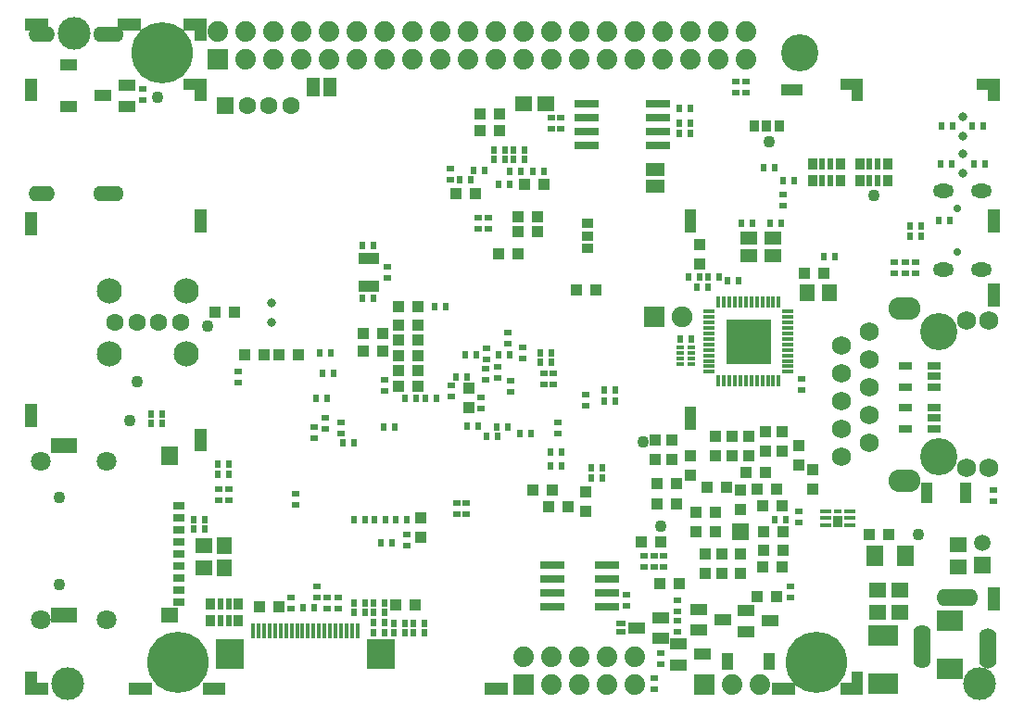
<source format=gbr>
%TF.GenerationSoftware,KiCad,Pcbnew,5.1.4-e60b266~84~ubuntu18.04.1*%
%TF.CreationDate,2025-05-23T09:22:49+03:00*%
%TF.ProjectId,A64-OlinuXino_Rev_H,4136342d-4f6c-4696-9e75-58696e6f5f52,H*%
%TF.SameCoordinates,PX5f5e100PY5f5e100*%
%TF.FileFunction,Soldermask,Bot*%
%TF.FilePolarity,Negative*%
%FSLAX46Y46*%
G04 Gerber Fmt 4.6, Leading zero omitted, Abs format (unit mm)*
G04 Created by KiCad (PCBNEW 5.1.4-e60b266~84~ubuntu18.04.1) date 2025-05-23 09:22:49*
%MOMM*%
%LPD*%
G04 APERTURE LIST*
%ADD10C,0.100000*%
%ADD11R,1.301600X0.651600*%
%ADD12R,1.501600X1.101600*%
%ADD13O,1.901600X1.301600*%
%ADD14C,0.701600*%
%ADD15R,0.863600X0.609600*%
%ADD16R,0.651600X0.601600*%
%ADD17R,1.501600X1.301600*%
%ADD18O,2.401600X1.401600*%
%ADD19O,2.801600X1.401600*%
%ADD20C,3.000000*%
%ADD21C,3.401600*%
%ADD22O,2.901600X2.101600*%
%ADD23C,1.751600*%
%ADD24R,1.901600X1.101600*%
%ADD25C,0.801600*%
%ADD26R,0.601600X0.651600*%
%ADD27R,2.301600X0.701600*%
%ADD28C,1.879600*%
%ADD29R,1.879600X1.879600*%
%ADD30C,1.801600*%
%ADD31C,5.601600*%
%ADD32R,0.701600X0.451600*%
%ADD33R,0.901600X1.051600*%
%ADD34R,1.001600X0.451600*%
%ADD35C,1.601600*%
%ADD36C,2.301600*%
%ADD37R,1.601600X1.601600*%
%ADD38R,0.726600X0.426600*%
%ADD39R,0.726600X0.351600*%
%ADD40R,1.117600X1.117600*%
%ADD41R,1.100000X0.700000*%
%ADD42R,1.600000X1.400000*%
%ADD43R,1.600000X1.800000*%
%ADD44R,2.400000X1.400000*%
%ADD45C,1.101600*%
%ADD46R,0.351600X1.401600*%
%ADD47R,2.501600X2.701600*%
%ADD48R,1.001600X0.351600*%
%ADD49R,0.351600X1.001600*%
%ADD50R,4.101600X4.101600*%
%ADD51R,1.524000X1.524000*%
%ADD52R,0.609600X1.117600*%
%ADD53R,0.863600X1.117600*%
%ADD54R,1.625600X1.371600*%
%ADD55R,1.101600X1.501600*%
%ADD56R,2.801600X1.901600*%
%ADD57R,1.371600X1.625600*%
%ADD58R,1.270000X1.701800*%
%ADD59R,1.625600X1.879600*%
%ADD60R,1.117600X0.863600*%
%ADD61R,1.117600X1.879600*%
%ADD62R,1.501600X1.501600*%
%ADD63C,1.501600*%
%ADD64C,1.901600*%
%ADD65R,1.901600X1.901600*%
%ADD66O,3.801600X1.601600*%
%ADD67O,1.601600X3.701600*%
%ADD68O,1.601600X4.001600*%
%ADD69R,2.387600X1.879600*%
%ADD70R,1.701800X1.270000*%
G04 APERTURE END LIST*
D10*
G36*
X18750000Y500000D02*
G01*
X16749999Y500000D01*
X16749999Y1500000D01*
X18750000Y1500000D01*
X18750000Y500000D01*
G37*
X18750000Y500000D02*
X16749999Y500000D01*
X16749999Y1500000D01*
X18750000Y1500000D01*
X18750000Y500000D01*
G36*
X71450000Y55250000D02*
G01*
X69599999Y55250000D01*
X69599999Y56250000D01*
X71450000Y56250000D01*
X71450000Y55250000D01*
G37*
X71450000Y55250000D02*
X69599999Y55250000D01*
X69599999Y56250000D01*
X71450000Y56250000D01*
X71450000Y55250000D01*
G36*
X1500000Y54749999D02*
G01*
X500000Y54749999D01*
X500000Y56750000D01*
X1500000Y56750000D01*
X1500000Y54749999D01*
G37*
X1500000Y54749999D02*
X500000Y54749999D01*
X500000Y56750000D01*
X1500000Y56750000D01*
X1500000Y54749999D01*
G36*
X77000000Y54750000D02*
G01*
X76000000Y54750000D01*
X76000000Y56750001D01*
X77000000Y56750001D01*
X77000000Y54750000D01*
G37*
X77000000Y54750000D02*
X76000000Y54750000D01*
X76000000Y56750001D01*
X77000000Y56750001D01*
X77000000Y54750000D01*
G36*
X61750000Y42749999D02*
G01*
X60750000Y42749999D01*
X60750000Y44750000D01*
X61750000Y44750000D01*
X61750000Y42749999D01*
G37*
X61750000Y42749999D02*
X60750000Y42749999D01*
X60750000Y44750000D01*
X61750000Y44750000D01*
X61750000Y42749999D01*
G36*
X61750000Y24749999D02*
G01*
X60750000Y24749999D01*
X60750000Y26750000D01*
X61750000Y26750000D01*
X61750000Y24749999D01*
G37*
X61750000Y24749999D02*
X60750000Y24749999D01*
X60750000Y26750000D01*
X61750000Y26750000D01*
X61750000Y24749999D01*
G36*
X17000000Y22749999D02*
G01*
X16000000Y22749999D01*
X16000000Y24750000D01*
X17000000Y24750000D01*
X17000000Y22749999D01*
G37*
X17000000Y22749999D02*
X16000000Y22749999D01*
X16000000Y24750000D01*
X17000000Y24750000D01*
X17000000Y22749999D01*
G36*
X17000000Y42749999D02*
G01*
X16000000Y42749999D01*
X16000000Y44750000D01*
X17000000Y44750000D01*
X17000000Y42749999D01*
G37*
X17000000Y42749999D02*
X16000000Y42749999D01*
X16000000Y44750000D01*
X17000000Y44750000D01*
X17000000Y42749999D01*
G36*
X17000000Y54750000D02*
G01*
X16000000Y54750000D01*
X16000000Y56750001D01*
X17000000Y56750001D01*
X17000000Y54750000D01*
G37*
X17000000Y54750000D02*
X16000000Y54750000D01*
X16000000Y56750001D01*
X17000000Y56750001D01*
X17000000Y54750000D01*
G36*
X17000000Y60250000D02*
G01*
X16000000Y60250000D01*
X16000000Y62250001D01*
X17000000Y62250001D01*
X17000000Y60250000D01*
G37*
X17000000Y60250000D02*
X16000000Y60250000D01*
X16000000Y62250001D01*
X17000000Y62250001D01*
X17000000Y60250000D01*
G36*
X17000000Y55750000D02*
G01*
X14999999Y55750000D01*
X14999999Y56750000D01*
X17000000Y56750000D01*
X17000000Y55750000D01*
G37*
X17000000Y55750000D02*
X14999999Y55750000D01*
X14999999Y56750000D01*
X17000000Y56750000D01*
X17000000Y55750000D01*
G36*
X77000001Y55750000D02*
G01*
X75000000Y55750000D01*
X75000000Y56750000D01*
X77000001Y56750000D01*
X77000001Y55750000D01*
G37*
X77000001Y55750000D02*
X75000000Y55750000D01*
X75000000Y56750000D01*
X77000001Y56750000D01*
X77000001Y55750000D01*
G36*
X89500001Y55750000D02*
G01*
X87500000Y55750000D01*
X87500000Y56750000D01*
X89500001Y56750000D01*
X89500001Y55750000D01*
G37*
X89500001Y55750000D02*
X87500000Y55750000D01*
X87500000Y56750000D01*
X89500001Y56750000D01*
X89500001Y55750000D01*
G36*
X89500000Y54750000D02*
G01*
X88500000Y54750000D01*
X88500000Y56750001D01*
X89500000Y56750001D01*
X89500000Y54750000D01*
G37*
X89500000Y54750000D02*
X88500000Y54750000D01*
X88500000Y56750001D01*
X89500000Y56750001D01*
X89500000Y54750000D01*
G36*
X89500000Y42749999D02*
G01*
X88500000Y42749999D01*
X88500000Y44750000D01*
X89500000Y44750000D01*
X89500000Y42749999D01*
G37*
X89500000Y42749999D02*
X88500000Y42749999D01*
X88500000Y44750000D01*
X89500000Y44750000D01*
X89500000Y42749999D01*
G36*
X89500000Y35999999D02*
G01*
X88500000Y35999999D01*
X88500000Y38000000D01*
X89500000Y38000000D01*
X89500000Y35999999D01*
G37*
X89500000Y35999999D02*
X88500000Y35999999D01*
X88500000Y38000000D01*
X89500000Y38000000D01*
X89500000Y35999999D01*
G36*
X89500000Y8249999D02*
G01*
X88500000Y8249999D01*
X88500000Y10250000D01*
X89500000Y10250000D01*
X89500000Y8249999D01*
G37*
X89500000Y8249999D02*
X88500000Y8249999D01*
X88500000Y10250000D01*
X89500000Y10250000D01*
X89500000Y8249999D01*
G36*
X77000000Y499999D02*
G01*
X76000000Y499999D01*
X76000000Y2500000D01*
X77000000Y2500000D01*
X77000000Y499999D01*
G37*
X77000000Y499999D02*
X76000000Y499999D01*
X76000000Y2500000D01*
X77000000Y2500000D01*
X77000000Y499999D01*
G36*
X77000000Y500000D02*
G01*
X74999999Y500000D01*
X74999999Y1500000D01*
X77000000Y1500000D01*
X77000000Y500000D01*
G37*
X77000000Y500000D02*
X74999999Y500000D01*
X74999999Y1500000D01*
X77000000Y1500000D01*
X77000000Y500000D01*
G36*
X70750000Y500000D02*
G01*
X68749999Y500000D01*
X68749999Y1500000D01*
X70750000Y1500000D01*
X70750000Y500000D01*
G37*
X70750000Y500000D02*
X68749999Y500000D01*
X68749999Y1500000D01*
X70750000Y1500000D01*
X70750000Y500000D01*
G36*
X44500000Y500000D02*
G01*
X42499999Y500000D01*
X42499999Y1500000D01*
X44500000Y1500000D01*
X44500000Y500000D01*
G37*
X44500000Y500000D02*
X42499999Y500000D01*
X42499999Y1500000D01*
X44500000Y1500000D01*
X44500000Y500000D01*
G36*
X12000000Y500000D02*
G01*
X9999999Y500000D01*
X9999999Y1500000D01*
X12000000Y1500000D01*
X12000000Y500000D01*
G37*
X12000000Y500000D02*
X9999999Y500000D01*
X9999999Y1500000D01*
X12000000Y1500000D01*
X12000000Y500000D01*
G36*
X2500001Y500000D02*
G01*
X500000Y500000D01*
X500000Y1500000D01*
X2500001Y1500000D01*
X2500001Y500000D01*
G37*
X2500001Y500000D02*
X500000Y500000D01*
X500000Y1500000D01*
X2500001Y1500000D01*
X2500001Y500000D01*
G36*
X1500000Y499999D02*
G01*
X500000Y500000D01*
X500000Y2500000D01*
X1500000Y2500000D01*
X1500000Y499999D01*
G37*
X1500000Y499999D02*
X500000Y500000D01*
X500000Y2500000D01*
X1500000Y2500000D01*
X1500000Y499999D01*
G36*
X1500000Y25000000D02*
G01*
X500000Y24999999D01*
X500000Y27000000D01*
X1500000Y27000000D01*
X1500000Y25000000D01*
G37*
X1500000Y25000000D02*
X500000Y24999999D01*
X500000Y27000000D01*
X1500000Y27000000D01*
X1500000Y25000000D01*
G36*
X1500000Y44500000D02*
G01*
X1500000Y42500000D01*
X500000Y42500000D01*
X500000Y44500001D01*
X1500000Y44500000D01*
G37*
X1500000Y44500000D02*
X1500000Y42500000D01*
X500000Y42500000D01*
X500000Y44500001D01*
X1500000Y44500000D01*
G36*
X2500000Y61250000D02*
G01*
X500000Y61250000D01*
X500000Y62250000D01*
X2500000Y62250000D01*
X2500000Y61250000D01*
G37*
X2500000Y61250000D02*
X500000Y61250000D01*
X500000Y62250000D01*
X2500000Y62250000D01*
X2500000Y61250000D01*
G36*
X11000000Y61250000D02*
G01*
X9000000Y61250000D01*
X9000000Y62250000D01*
X11000000Y62250000D01*
X11000000Y61250000D01*
G37*
X11000000Y61250000D02*
X9000000Y61250000D01*
X9000000Y62250000D01*
X11000000Y62250000D01*
X11000000Y61250000D01*
G36*
X17000000Y61250000D02*
G01*
X15000000Y61250000D01*
X15000000Y62250000D01*
X17000000Y62250000D01*
X17000000Y61250000D01*
G37*
X17000000Y61250000D02*
X15000000Y61250000D01*
X15000000Y62250000D01*
X17000000Y62250000D01*
X17000000Y61250000D01*
D11*
%TO.C,TVS2*%
X83545000Y26655000D03*
X83545000Y25705000D03*
X83545000Y24755000D03*
X80945000Y26655000D03*
X80945000Y24755000D03*
%TD*%
%TO.C,TVS1*%
X83545000Y30465000D03*
X83545000Y29515000D03*
X83545000Y28565000D03*
X80945000Y30465000D03*
X80945000Y28565000D03*
%TD*%
D12*
%TO.C,D3*%
X4521000Y54158000D03*
X4521000Y57958000D03*
%TD*%
D13*
%TO.C,USB-OTG1*%
X87842000Y46450000D03*
X84372000Y46450000D03*
X84372000Y39250000D03*
X87842000Y39250000D03*
D14*
X85692000Y44850000D03*
X85692000Y40850000D03*
%TD*%
D15*
%TO.C,5V_E1*%
X54940000Y6909000D03*
X54940000Y6147000D03*
%TD*%
D12*
%TO.C,U16*%
X60190000Y3165000D03*
X60190000Y5065000D03*
X62390000Y4115000D03*
%TD*%
D16*
%TO.C,R24*%
X60147000Y8052000D03*
X60147000Y9068000D03*
%TD*%
%TO.C,R22*%
X60147000Y6147000D03*
X60147000Y7163000D03*
%TD*%
%TO.C,R20*%
X58623000Y4242000D03*
X58623000Y3226000D03*
%TD*%
D12*
%TO.C,FET4*%
X56377640Y6530540D03*
X58587440Y5575500D03*
X58587440Y7477960D03*
%TD*%
%TO.C,FET3*%
X66405560Y6213040D03*
X66405560Y8115500D03*
X68615360Y7160460D03*
%TD*%
D17*
%TO.C,Q4*%
X68867000Y42126000D03*
X66667000Y40526000D03*
X66667000Y42126000D03*
X68867000Y40526000D03*
%TD*%
D18*
%TO.C,HDMI1*%
X2055000Y60818000D03*
X2055000Y46218000D03*
D19*
X8105000Y46218000D03*
X8105000Y60818000D03*
%TD*%
D20*
%TO.C,FID4*%
X5029000Y60884000D03*
%TD*%
%TO.C,FID6*%
X87706000Y1448000D03*
%TD*%
%TO.C,FID5*%
X4394000Y1448000D03*
%TD*%
D21*
%TO.C,LAN1*%
X84023000Y22149000D03*
X84023000Y33579000D03*
D22*
X80823000Y19964000D03*
X80823000Y35764000D03*
D23*
X88595000Y21133000D03*
X86563000Y21133000D03*
X88595000Y34595000D03*
X86563000Y34595000D03*
X75133000Y22149000D03*
X77673000Y23419000D03*
X75133000Y24689000D03*
X77673000Y25959000D03*
X75133000Y27229000D03*
X77673000Y28499000D03*
X75133000Y29769000D03*
X77673000Y31039000D03*
X75133000Y32309000D03*
X77673000Y33579000D03*
%TD*%
D24*
%TO.C,Q2*%
X31953000Y37790000D03*
X31953000Y40290000D03*
%TD*%
D25*
%TO.C,UBOOT1*%
X23063000Y36257000D03*
X23063000Y34457000D03*
%TD*%
%TO.C,RESET1*%
X86182000Y53275000D03*
X86182000Y51475000D03*
%TD*%
%TO.C,PWRON1*%
X86182000Y49846000D03*
X86182000Y48046000D03*
%TD*%
D26*
%TO.C,R15*%
X44399000Y49327000D03*
X43383000Y49327000D03*
%TD*%
D27*
%TO.C,U4*%
X53649501Y8432999D03*
X53649501Y9702999D03*
X53649501Y10972999D03*
X53649501Y12242999D03*
X48649501Y12242999D03*
X48649501Y10972999D03*
X48649501Y9702999D03*
X48649501Y8432999D03*
%TD*%
D16*
%TO.C,C39*%
X55448000Y9576000D03*
X55448000Y8560000D03*
%TD*%
D26*
%TO.C,R66*%
X45161000Y49327000D03*
X46177000Y49327000D03*
%TD*%
D16*
%TO.C,C94*%
X42811500Y43040500D03*
X42811500Y44056500D03*
%TD*%
D28*
%TO.C,UEXT1*%
X48590000Y3861000D03*
X48590000Y1321000D03*
X46050000Y3861000D03*
D29*
X46050000Y1321000D03*
D28*
X51130000Y1321000D03*
X51130000Y3861000D03*
X53670000Y3861000D03*
X53670000Y1321000D03*
X56210000Y1321000D03*
X56210000Y3861000D03*
%TD*%
D30*
%TO.C,HEADPHONES/LINEOUT1*%
X1981000Y21768000D03*
X7981000Y21768000D03*
%TD*%
D31*
%TO.C,Mounting_hole2*%
X14500000Y3400000D03*
%TD*%
%TO.C,Mounting_hole3*%
X13000000Y59100000D03*
%TD*%
%TO.C,Mounting_hole1*%
X72800000Y3400000D03*
%TD*%
D26*
%TO.C,R131*%
X36017000Y6972500D03*
X37033000Y6972500D03*
%TD*%
%TO.C,R132*%
X32334000Y7036000D03*
X33350000Y7036000D03*
%TD*%
%TO.C,R127*%
X35191500Y6972500D03*
X34175500Y6972500D03*
%TD*%
%TO.C,R128*%
X33350000Y7925000D03*
X32334000Y7925000D03*
%TD*%
%TO.C,R129*%
X37033000Y6083500D03*
X36017000Y6083500D03*
%TD*%
%TO.C,R130*%
X33350000Y6083500D03*
X32334000Y6083500D03*
%TD*%
%TO.C,R126*%
X30556000Y7925000D03*
X31572000Y7925000D03*
%TD*%
%TO.C,R125*%
X35191500Y6083500D03*
X34175500Y6083500D03*
%TD*%
%TO.C,R121*%
X46177000Y50216000D03*
X45161000Y50216000D03*
%TD*%
D32*
%TO.C,T1*%
X74752000Y17211000D03*
D33*
X74752000Y16211000D03*
D34*
X75852000Y15911000D03*
X75852000Y16561000D03*
X75852000Y17211000D03*
X73652000Y17211000D03*
X73652000Y16561000D03*
X73652000Y15911000D03*
%TD*%
D35*
%TO.C,USB1*%
X14712000Y34468000D03*
X12712000Y34468000D03*
X10712000Y34468000D03*
X8712000Y34468000D03*
D36*
X8212000Y31618000D03*
X8212000Y37318000D03*
X15212000Y31618000D03*
X15212000Y37318000D03*
%TD*%
D35*
%TO.C,HSIC1*%
X24793000Y54280000D03*
X22793000Y54280000D03*
X20793000Y54280000D03*
D37*
X18793000Y54280000D03*
%TD*%
D38*
%TO.C,RM15*%
X60396500Y30630000D03*
X61421500Y30630000D03*
D39*
X60396500Y31170000D03*
X61421500Y31170000D03*
X60396500Y31670000D03*
X61421500Y31670000D03*
D38*
X60396500Y32210000D03*
X61421500Y32210000D03*
%TD*%
D26*
%TO.C,R62*%
X43383000Y50216000D03*
X44399000Y50216000D03*
%TD*%
D40*
%TO.C,C162*%
X61290000Y20498000D03*
X61290000Y22276000D03*
%TD*%
D27*
%TO.C,U12*%
X51832000Y54407000D03*
X51832000Y53137000D03*
X51832000Y51867000D03*
X51832000Y50597000D03*
X58302000Y50597000D03*
X58302000Y51867000D03*
X58302000Y53137000D03*
X58302000Y54407000D03*
%TD*%
D41*
%TO.C,MICRO_SD1*%
X14565000Y8868000D03*
X14565000Y9968000D03*
X14565000Y11068000D03*
X14565000Y12168000D03*
X14565000Y13268000D03*
X14565000Y14368000D03*
X14565000Y15468000D03*
X14565000Y16568000D03*
X14565000Y17668000D03*
D42*
X13685000Y7668000D03*
D43*
X13685000Y22268000D03*
D44*
X4085000Y7668000D03*
X4085000Y23168000D03*
D45*
X3682800Y18466000D03*
X3682800Y10465000D03*
%TD*%
D30*
%TO.C,MIC/LINEIN1*%
X1981000Y7290000D03*
X7981000Y7290000D03*
%TD*%
D46*
%TO.C,MIPI-DSI1*%
X21361000Y6230000D03*
X21861000Y6230000D03*
X22361000Y6230000D03*
X22861000Y6230000D03*
X23361000Y6230000D03*
X23861000Y6230000D03*
X24361000Y6230000D03*
X24861000Y6230000D03*
X25361000Y6230000D03*
X25861000Y6230000D03*
X26361000Y6230000D03*
X26861000Y6230000D03*
X27361000Y6230000D03*
X27861000Y6230000D03*
X28361000Y6230000D03*
X28861000Y6230000D03*
X29361000Y6230000D03*
X29861000Y6230000D03*
X30361000Y6230000D03*
X30861000Y6230000D03*
D47*
X19211000Y4130000D03*
X33011000Y4130000D03*
%TD*%
D48*
%TO.C,U15*%
X70224000Y35440000D03*
X70224000Y34940000D03*
X70224000Y34440000D03*
X70224000Y33940000D03*
X70224000Y33440000D03*
X70224000Y32940000D03*
X70224000Y32440000D03*
X70224000Y31940000D03*
X70224000Y31440000D03*
X70224000Y30940000D03*
X70224000Y30440000D03*
X70224000Y29940000D03*
D49*
X69374000Y29090000D03*
X68874000Y29090000D03*
X68374000Y29090000D03*
X67874000Y29090000D03*
X67374000Y29090000D03*
X66874000Y29090000D03*
X66374000Y29090000D03*
X65874000Y29090000D03*
X65374000Y29090000D03*
X64874000Y29090000D03*
X64374000Y29090000D03*
X63874000Y29090000D03*
D48*
X63024000Y29940000D03*
X63024000Y30440000D03*
X63024000Y30940000D03*
X63024000Y31440000D03*
X63024000Y31940000D03*
X63024000Y32440000D03*
X63024000Y32940000D03*
X63024000Y33440000D03*
X63024000Y33940000D03*
X63024000Y34440000D03*
X63024000Y34940000D03*
X63024000Y35440000D03*
D49*
X63874000Y36290000D03*
X64374000Y36290000D03*
X64874000Y36290000D03*
X65374000Y36290000D03*
X65874000Y36290000D03*
X66374000Y36290000D03*
X66874000Y36290000D03*
X67374000Y36290000D03*
X67874000Y36290000D03*
X68374000Y36290000D03*
X68874000Y36290000D03*
X69374000Y36290000D03*
D50*
X66624000Y32690000D03*
D51*
X66624000Y32690000D03*
%TD*%
%TO.C,U14*%
X65862000Y15354500D03*
%TD*%
D52*
%TO.C,RM9*%
X77673000Y47422000D03*
X78435000Y47422000D03*
X77673000Y48946000D03*
X78435000Y48946000D03*
D53*
X76784000Y47422000D03*
X76784000Y48946000D03*
X79324000Y47422000D03*
X79324000Y48946000D03*
%TD*%
D16*
%TO.C,R93*%
X33604000Y38532000D03*
X33604000Y39548000D03*
%TD*%
%TO.C,R46*%
X11252000Y54788000D03*
X11252000Y55804000D03*
%TD*%
%TO.C,C1*%
X35400000Y14092000D03*
X35400000Y15108000D03*
%TD*%
D26*
%TO.C,C2*%
X34366000Y16434000D03*
X35382000Y16434000D03*
%TD*%
%TO.C,C3*%
X32461000Y16434000D03*
X33477000Y16434000D03*
%TD*%
%TO.C,C4*%
X30556000Y16434000D03*
X31572000Y16434000D03*
%TD*%
D40*
%TO.C,C5*%
X36144000Y8623500D03*
X34366000Y8623500D03*
%TD*%
D16*
%TO.C,C6*%
X29159000Y8306000D03*
X29159000Y9322000D03*
%TD*%
%TO.C,C7*%
X24841000Y8306000D03*
X24841000Y9322000D03*
%TD*%
%TO.C,C8*%
X25200000Y18808000D03*
X25200000Y17792000D03*
%TD*%
%TO.C,C9*%
X29413000Y25324000D03*
X29413000Y24308000D03*
%TD*%
D40*
%TO.C,C10*%
X25489000Y31500000D03*
X23711000Y31500000D03*
%TD*%
D16*
%TO.C,C11*%
X19100000Y19208000D03*
X19100000Y18192000D03*
%TD*%
D26*
%TO.C,C12*%
X34008000Y14300000D03*
X32992000Y14300000D03*
%TD*%
%TO.C,C13*%
X32334000Y8814000D03*
X33350000Y8814000D03*
%TD*%
%TO.C,C14*%
X30556000Y8814000D03*
X31572000Y8814000D03*
%TD*%
D16*
%TO.C,C15*%
X33400000Y28192000D03*
X33400000Y29208000D03*
%TD*%
D40*
%TO.C,C16*%
X21911000Y8500000D03*
X23689000Y8500000D03*
%TD*%
D26*
%TO.C,C17*%
X44608000Y24900000D03*
X43592000Y24900000D03*
%TD*%
%TO.C,C18*%
X46708000Y24300000D03*
X45692000Y24300000D03*
%TD*%
%TO.C,C19*%
X29540000Y23419000D03*
X30556000Y23419000D03*
%TD*%
%TO.C,C20*%
X28708000Y29800000D03*
X27692000Y29800000D03*
%TD*%
D40*
%TO.C,C21*%
X31445000Y31801000D03*
X33223000Y31801000D03*
%TD*%
D26*
%TO.C,C22*%
X40892000Y25000000D03*
X41908000Y25000000D03*
%TD*%
%TO.C,C23*%
X18092000Y21500000D03*
X19108000Y21500000D03*
%TD*%
D16*
%TO.C,C24*%
X27200000Y9292000D03*
X27200000Y10308000D03*
%TD*%
D26*
%TO.C,C25*%
X28408000Y31700000D03*
X27392000Y31700000D03*
%TD*%
D40*
%TO.C,C26*%
X20611000Y31500000D03*
X22389000Y31500000D03*
%TD*%
%TO.C,C27*%
X36652000Y16561000D03*
X36652000Y14783000D03*
%TD*%
D16*
%TO.C,C28*%
X27900000Y24692000D03*
X27900000Y25708000D03*
%TD*%
D26*
%TO.C,C29*%
X42692000Y24000000D03*
X43708000Y24000000D03*
%TD*%
%TO.C,C30*%
X34308000Y24900000D03*
X33292000Y24900000D03*
%TD*%
D16*
%TO.C,C31*%
X26900000Y24908000D03*
X26900000Y23892000D03*
%TD*%
D26*
%TO.C,C34*%
X47592000Y30800000D03*
X48608000Y30800000D03*
%TD*%
%TO.C,C35*%
X46892000Y48250000D03*
X47908000Y48250000D03*
%TD*%
D40*
%TO.C,C36*%
X46113500Y47041000D03*
X47891500Y47041000D03*
%TD*%
D26*
%TO.C,C37*%
X40242000Y47500000D03*
X41258000Y47500000D03*
%TD*%
D40*
%TO.C,C38*%
X39861000Y46250000D03*
X41639000Y46250000D03*
%TD*%
%TO.C,C42*%
X42111000Y53500000D03*
X43889000Y53500000D03*
%TD*%
%TO.C,C43*%
X42111000Y51950000D03*
X43889000Y51950000D03*
%TD*%
D26*
%TO.C,C44*%
X42508000Y48350000D03*
X41492000Y48350000D03*
%TD*%
%TO.C,C46*%
X39892000Y29500000D03*
X40908000Y29500000D03*
%TD*%
D16*
%TO.C,C50*%
X39425000Y27667000D03*
X39425000Y28683000D03*
%TD*%
D26*
%TO.C,C51*%
X37092000Y27500000D03*
X38108000Y27500000D03*
%TD*%
D40*
%TO.C,C53*%
X34620000Y30023000D03*
X36398000Y30023000D03*
%TD*%
%TO.C,C54*%
X36398000Y34214000D03*
X34620000Y34214000D03*
%TD*%
%TO.C,C55*%
X34620000Y31420000D03*
X36398000Y31420000D03*
%TD*%
%TO.C,C56*%
X36398000Y32817000D03*
X34620000Y32817000D03*
%TD*%
%TO.C,C59*%
X36398000Y28626000D03*
X34620000Y28626000D03*
%TD*%
%TO.C,C61*%
X41050000Y26636000D03*
X41050000Y28414000D03*
%TD*%
D54*
%TO.C,C64*%
X16840000Y11989000D03*
X16840000Y14021000D03*
%TD*%
D16*
%TO.C,C72*%
X79959000Y39929000D03*
X79959000Y38913000D03*
%TD*%
%TO.C,C73*%
X44625000Y32542000D03*
X44625000Y33558000D03*
%TD*%
D26*
%TO.C,C79*%
X44808000Y31500000D03*
X43792000Y31500000D03*
%TD*%
D16*
%TO.C,C80*%
X47900000Y28792000D03*
X47900000Y29808000D03*
%TD*%
%TO.C,C109*%
X42700000Y32108000D03*
X42700000Y31092000D03*
%TD*%
D26*
%TO.C,C110*%
X47592000Y31700000D03*
X48608000Y31700000D03*
%TD*%
D16*
%TO.C,C115*%
X48800000Y29808000D03*
X48800000Y28792000D03*
%TD*%
D40*
%TO.C,C116*%
X43764000Y40691000D03*
X45542000Y40691000D03*
%TD*%
D16*
%TO.C,C117*%
X42600000Y30208000D03*
X42600000Y29192000D03*
%TD*%
D54*
%TO.C,C118*%
X80467000Y7925000D03*
X80467000Y9957000D03*
%TD*%
%TO.C,C119*%
X78435000Y7925000D03*
X78435000Y9957000D03*
%TD*%
D40*
%TO.C,C120*%
X45542000Y44120000D03*
X47320000Y44120000D03*
%TD*%
%TO.C,C121*%
X68021000Y15291000D03*
X69799000Y15291000D03*
%TD*%
D26*
%TO.C,C123*%
X49508000Y22600000D03*
X48492000Y22600000D03*
%TD*%
D40*
%TO.C,C125*%
X60020000Y19736000D03*
X58242000Y19736000D03*
%TD*%
%TO.C,C126*%
X61798000Y17069000D03*
X63576000Y17069000D03*
%TD*%
D26*
%TO.C,C127*%
X52273000Y20244000D03*
X53289000Y20244000D03*
%TD*%
D40*
%TO.C,C128*%
X68021000Y13640000D03*
X69799000Y13640000D03*
%TD*%
D26*
%TO.C,C130*%
X52273000Y21133000D03*
X53289000Y21133000D03*
%TD*%
D16*
%TO.C,C132*%
X49200000Y24292000D03*
X49200000Y25308000D03*
%TD*%
D40*
%TO.C,C133*%
X65862000Y11481000D03*
X65862000Y13259000D03*
%TD*%
D26*
%TO.C,C134*%
X49508000Y21300000D03*
X48492000Y21300000D03*
%TD*%
D40*
%TO.C,C135*%
X79451000Y15037000D03*
X77673000Y15037000D03*
%TD*%
%TO.C,C137*%
X51765000Y18974000D03*
X51765000Y17196000D03*
%TD*%
%TO.C,C142*%
X48717000Y19101000D03*
X46939000Y19101000D03*
%TD*%
%TO.C,C145*%
X64211000Y11481000D03*
X64211000Y13259000D03*
%TD*%
%TO.C,C147*%
X72466000Y21006000D03*
X72466000Y19228000D03*
%TD*%
%TO.C,C148*%
X50114000Y17577000D03*
X48336000Y17577000D03*
%TD*%
%TO.C,C149*%
X62687000Y13259000D03*
X62687000Y11481000D03*
%TD*%
%TO.C,C151*%
X58496000Y10592000D03*
X60274000Y10592000D03*
%TD*%
%TO.C,C152*%
X69164000Y9423600D03*
X67386000Y9423600D03*
%TD*%
%TO.C,C153*%
X66624000Y22276000D03*
X66624000Y24054000D03*
%TD*%
D16*
%TO.C,C155*%
X42200000Y27608000D03*
X42200000Y26592000D03*
%TD*%
D26*
%TO.C,C156*%
X85293000Y52375000D03*
X84277000Y52375000D03*
%TD*%
D40*
%TO.C,C157*%
X65862000Y19101000D03*
X65862000Y17323000D03*
%TD*%
D16*
%TO.C,C158*%
X44900000Y29108000D03*
X44900000Y28092000D03*
%TD*%
D40*
%TO.C,C159*%
X60020000Y17831000D03*
X58242000Y17831000D03*
%TD*%
%TO.C,C160*%
X58115000Y23673000D03*
X58115000Y21895000D03*
%TD*%
%TO.C,C161*%
X62814000Y19355000D03*
X64592000Y19355000D03*
%TD*%
%TO.C,C164*%
X63576000Y22276000D03*
X63576000Y24054000D03*
%TD*%
%TO.C,C165*%
X65100000Y22276000D03*
X65100000Y24054000D03*
%TD*%
%TO.C,C167*%
X68148000Y20752000D03*
X66370000Y20752000D03*
%TD*%
%TO.C,C168*%
X59639000Y23673000D03*
X59639000Y21895000D03*
%TD*%
%TO.C,C170*%
X69164000Y19228000D03*
X67386000Y19228000D03*
%TD*%
%TO.C,C171*%
X63576000Y15291000D03*
X61798000Y15291000D03*
%TD*%
%TO.C,C173*%
X56845000Y14402000D03*
X58623000Y14402000D03*
%TD*%
%TO.C,C174*%
X71196000Y21387000D03*
X71196000Y23165000D03*
%TD*%
%TO.C,C176*%
X69672000Y17704000D03*
X67894000Y17704000D03*
%TD*%
D26*
%TO.C,C177*%
X85166000Y48946000D03*
X84150000Y48946000D03*
%TD*%
D40*
%TO.C,C178*%
X69672000Y22657000D03*
X69672000Y24435000D03*
%TD*%
%TO.C,C179*%
X68148000Y22657000D03*
X68148000Y24435000D03*
%TD*%
D54*
%TO.C,C180*%
X85801000Y12116000D03*
X85801000Y14148000D03*
%TD*%
D40*
%TO.C,C181*%
X69672000Y12116000D03*
X67894000Y12116000D03*
%TD*%
D26*
%TO.C,C183*%
X31318000Y41453000D03*
X32334000Y41453000D03*
%TD*%
%TO.C,C184*%
X31318000Y36627000D03*
X32334000Y36627000D03*
%TD*%
D40*
%TO.C,C188*%
X45542000Y42723000D03*
X47320000Y42723000D03*
%TD*%
D26*
%TO.C,C189*%
X41708000Y31500000D03*
X40692000Y31500000D03*
%TD*%
D40*
%TO.C,C190*%
X17856000Y35357000D03*
X19634000Y35357000D03*
%TD*%
D16*
%TO.C,C191*%
X46000000Y31166000D03*
X46000000Y32182000D03*
%TD*%
D40*
%TO.C,C192*%
X36398000Y35865000D03*
X34620000Y35865000D03*
%TD*%
%TO.C,C194*%
X50876000Y37389000D03*
X52654000Y37389000D03*
%TD*%
D55*
%TO.C,D4*%
X68524000Y3480000D03*
X64724000Y3480000D03*
%TD*%
D12*
%TO.C,FET1*%
X9819440Y56118960D03*
X9819440Y54216500D03*
X7609640Y55171540D03*
%TD*%
%TO.C,FET2*%
X62087560Y6340040D03*
X62087560Y8242500D03*
X64297360Y7287460D03*
%TD*%
D56*
%TO.C,FUSE2*%
X78943000Y1407000D03*
X78943000Y5807000D03*
%TD*%
D54*
%TO.C,L1*%
X48082000Y54407000D03*
X46050000Y54407000D03*
%TD*%
D57*
%TO.C,L2*%
X18745000Y11989000D03*
X18745000Y14021000D03*
%TD*%
D26*
%TO.C,R2*%
X28108000Y27500000D03*
X27092000Y27500000D03*
%TD*%
D16*
%TO.C,R3*%
X40843000Y17958000D03*
X40843000Y16942000D03*
%TD*%
%TO.C,R4*%
X39954000Y17958000D03*
X39954000Y16942000D03*
%TD*%
D26*
%TO.C,R54*%
X68021000Y48565000D03*
X69037000Y48565000D03*
%TD*%
D16*
%TO.C,R60*%
X69799000Y46152000D03*
X69799000Y45136000D03*
%TD*%
D26*
%TO.C,R96*%
X37922000Y35865000D03*
X38938000Y35865000D03*
%TD*%
D16*
%TO.C,R97*%
X51765000Y27864000D03*
X51765000Y26848000D03*
%TD*%
D26*
%TO.C,R98*%
X53416000Y27229000D03*
X54432000Y27229000D03*
%TD*%
D52*
%TO.C,RM7*%
X18364000Y7163000D03*
X19126000Y7163000D03*
X18364000Y8687000D03*
X19126000Y8687000D03*
D53*
X17475000Y7163000D03*
X17475000Y8687000D03*
X20015000Y7163000D03*
X20015000Y8687000D03*
%TD*%
D52*
%TO.C,RM12*%
X73355000Y47422000D03*
X74117000Y47422000D03*
X73355000Y48946000D03*
X74117000Y48946000D03*
D53*
X72466000Y47422000D03*
X72466000Y48946000D03*
X75006000Y47422000D03*
X75006000Y48946000D03*
%TD*%
D26*
%TO.C,R37*%
X85039000Y43739000D03*
X84023000Y43739000D03*
%TD*%
D16*
%TO.C,R38*%
X81864000Y38913000D03*
X81864000Y39929000D03*
%TD*%
D26*
%TO.C,R41*%
X73482000Y40437000D03*
X74498000Y40437000D03*
%TD*%
D16*
%TO.C,R42*%
X80975000Y39929000D03*
X80975000Y38913000D03*
%TD*%
D26*
%TO.C,R61*%
X70815000Y47422000D03*
X69799000Y47422000D03*
%TD*%
D58*
%TO.C,HSIC_E1*%
X26873000Y55931000D03*
X28397000Y55931000D03*
X28397000Y55931000D03*
%TD*%
D16*
%TO.C,C197*%
X43700000Y29392000D03*
X43700000Y30408000D03*
%TD*%
%TO.C,R85*%
X70434000Y9322000D03*
X70434000Y10338000D03*
%TD*%
%TO.C,R84*%
X71196000Y16180000D03*
X71196000Y17196000D03*
%TD*%
D59*
%TO.C,R78*%
X80975000Y13132000D03*
X78181000Y13132000D03*
%TD*%
D26*
%TO.C,R92*%
X69037000Y16434000D03*
X70053000Y16434000D03*
%TD*%
D16*
%TO.C,R90*%
X57099000Y13132000D03*
X57099000Y12116000D03*
%TD*%
%TO.C,R88*%
X57988000Y13132000D03*
X57988000Y12116000D03*
%TD*%
D26*
%TO.C,R89*%
X87071000Y52375000D03*
X88087000Y52375000D03*
%TD*%
D16*
%TO.C,R83*%
X58877000Y12116000D03*
X58877000Y13132000D03*
%TD*%
D26*
%TO.C,R91*%
X87198000Y48946000D03*
X88214000Y48946000D03*
%TD*%
D16*
%TO.C,R95*%
X57988000Y940000D03*
X57988000Y1956000D03*
%TD*%
D26*
%TO.C,R30*%
X16967000Y16434000D03*
X15951000Y16434000D03*
%TD*%
%TO.C,R31*%
X16967000Y15545000D03*
X15951000Y15545000D03*
%TD*%
%TO.C,R21*%
X45796000Y48247500D03*
X44780000Y48247500D03*
%TD*%
%TO.C,R23*%
X44780000Y47050000D03*
X43764000Y47050000D03*
%TD*%
%TO.C,R27*%
X36271000Y27483000D03*
X35255000Y27483000D03*
%TD*%
D16*
%TO.C,R1*%
X20000000Y30008000D03*
X20000000Y28992000D03*
%TD*%
%TO.C,R5*%
X18200000Y18192000D03*
X18200000Y19208000D03*
%TD*%
D26*
%TO.C,R8*%
X19108000Y20600000D03*
X18092000Y20600000D03*
%TD*%
D16*
%TO.C,R9*%
X28079500Y8306000D03*
X28079500Y9322000D03*
%TD*%
D26*
%TO.C,R13*%
X26908000Y8400000D03*
X25892000Y8400000D03*
%TD*%
D60*
%TO.C,3.3V/VCC-PE:2.8V1*%
X51892000Y43485000D03*
X51892000Y42342000D03*
X51892000Y41199000D03*
%TD*%
D26*
%TO.C,R86*%
X82372000Y43231000D03*
X81356000Y43231000D03*
%TD*%
%TO.C,R87*%
X82372000Y42342000D03*
X81356000Y42342000D03*
%TD*%
D40*
%TO.C,R36*%
X33223000Y33452000D03*
X31445000Y33452000D03*
%TD*%
D61*
%TO.C,C196*%
X82880000Y18847000D03*
X86436000Y18847000D03*
%TD*%
D57*
%TO.C,C201*%
X73990000Y37135000D03*
X71958000Y37135000D03*
%TD*%
D40*
%TO.C,C211*%
X62179000Y39802000D03*
X62179000Y41580000D03*
%TD*%
D26*
%TO.C,R105*%
X61417000Y32944000D03*
X60401000Y32944000D03*
%TD*%
%TO.C,R109*%
X63957000Y38595500D03*
X62941000Y38595500D03*
%TD*%
%TO.C,R110*%
X65735000Y38278000D03*
X64719000Y38278000D03*
%TD*%
D16*
%TO.C,R111*%
X88976000Y18085000D03*
X88976000Y19101000D03*
%TD*%
D40*
%TO.C,R115*%
X73482000Y38913000D03*
X71704000Y38913000D03*
%TD*%
D26*
%TO.C,C210*%
X62941000Y37643000D03*
X61925000Y37643000D03*
%TD*%
D16*
%TO.C,C216*%
X71450000Y29261000D03*
X71450000Y28245000D03*
%TD*%
%TO.C,C81*%
X48590000Y53200500D03*
X48590000Y52184500D03*
%TD*%
D26*
%TO.C,R53*%
X61290000Y54026000D03*
X60274000Y54026000D03*
%TD*%
%TO.C,R55*%
X61290000Y51740000D03*
X60274000Y51740000D03*
%TD*%
%TO.C,R56*%
X61290000Y52629000D03*
X60274000Y52629000D03*
%TD*%
D16*
%TO.C,R57*%
X49479000Y53200500D03*
X49479000Y52184500D03*
%TD*%
D45*
%TO.C,+1.8V1*%
X10744000Y29007000D03*
%TD*%
%TO.C,+3.0VA1*%
X10109000Y25451000D03*
%TD*%
%TO.C,+3.3VD1*%
X12649000Y55042000D03*
%TD*%
%TO.C,1.1V_CPUS1*%
X78054000Y46025000D03*
%TD*%
%TO.C,1.1V_SYS1*%
X56972000Y23546000D03*
%TD*%
%TO.C,3.0V_RTC1*%
X17221000Y34087000D03*
%TD*%
%TO.C,IPS1*%
X82118000Y15037000D03*
%TD*%
%TO.C,VCC-PC1*%
X68529000Y50978000D03*
%TD*%
%TO.C,VCC-PL1*%
X58623000Y15799000D03*
%TD*%
D28*
%TO.C,GPIO1*%
X40970000Y61011000D03*
X40970000Y58471000D03*
X38430000Y61011000D03*
X38430000Y58471000D03*
X35890000Y61011000D03*
X35890000Y58471000D03*
X33350000Y61011000D03*
X33350000Y58471000D03*
X30810000Y61011000D03*
X30810000Y58471000D03*
X20650000Y61011000D03*
X20650000Y58471000D03*
X18110000Y61011000D03*
D29*
X18110000Y58471000D03*
D28*
X23190000Y58471000D03*
X23190000Y61011000D03*
X25730000Y61011000D03*
X25730000Y58471000D03*
X28270000Y58471000D03*
X28270000Y61011000D03*
X53670000Y61011000D03*
X53670000Y58471000D03*
X51130000Y58471000D03*
X51130000Y61011000D03*
X48590000Y61011000D03*
X48590000Y58471000D03*
X43510000Y58471000D03*
X43510000Y61011000D03*
X46050000Y58471000D03*
X46050000Y61011000D03*
X56210000Y58471000D03*
X56210000Y61011000D03*
X58750000Y58471000D03*
X58750000Y61011000D03*
X61290000Y58471000D03*
X61290000Y61011000D03*
X63830000Y58471000D03*
X63830000Y61011000D03*
X66370000Y58471000D03*
X66370000Y61011000D03*
%TD*%
%TO.C,DBG_UART1*%
X67640000Y1321000D03*
X65100000Y1321000D03*
D29*
X62560000Y1321000D03*
%TD*%
D62*
%TO.C,LIPO_BAT1*%
X87982860Y12250620D03*
D63*
X87980320Y14262300D03*
%TD*%
D64*
%TO.C,PHYRST1*%
X60528000Y34976000D03*
D65*
X57988000Y34976000D03*
%TD*%
D26*
%TO.C,C86*%
X13030000Y26086000D03*
X12014000Y26086000D03*
%TD*%
%TO.C,C87*%
X13030000Y25197000D03*
X12014000Y25197000D03*
%TD*%
D66*
%TO.C,PWR1*%
X85695000Y9276000D03*
D67*
X88441000Y4676000D03*
D68*
X82441000Y4826000D03*
%TD*%
D21*
%TO.C,Mounting_hole4*%
X71300000Y59100000D03*
%TD*%
D16*
%TO.C,R28*%
X66370000Y55423000D03*
X66370000Y56439000D03*
%TD*%
%TO.C,R65*%
X65481000Y55423000D03*
X65481000Y56439000D03*
%TD*%
D53*
%TO.C,PWR_PC1*%
X69418000Y52375000D03*
X68275000Y52375000D03*
X67132000Y52375000D03*
%TD*%
D26*
%TO.C,C212*%
X69608500Y43485000D03*
X68592500Y43485000D03*
%TD*%
%TO.C,C213*%
X65989000Y43485000D03*
X67005000Y43485000D03*
%TD*%
D69*
%TO.C,D1*%
X85039000Y7181000D03*
X85039000Y2827000D03*
%TD*%
D16*
%TO.C,R67*%
X39350000Y48508000D03*
X39350000Y47492000D03*
%TD*%
D70*
%TO.C,WP_Enable1*%
X58115000Y48438000D03*
X58115000Y46914000D03*
X58115000Y46914000D03*
%TD*%
D16*
%TO.C,R68*%
X41922500Y43040500D03*
X41922500Y44056500D03*
%TD*%
D26*
%TO.C,C88*%
X54432000Y28245000D03*
X53416000Y28245000D03*
%TD*%
%TO.C,C93*%
X62179000Y38595500D03*
X61163000Y38595500D03*
%TD*%
M02*

</source>
